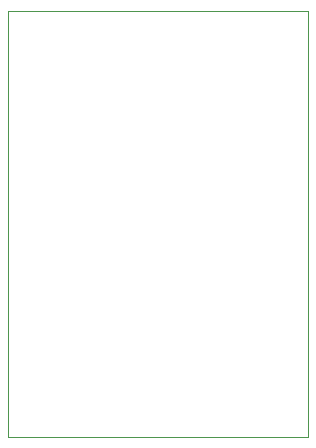
<source format=gbr>
%TF.GenerationSoftware,KiCad,Pcbnew,9.0.3*%
%TF.CreationDate,2025-07-31T14:20:51-07:00*%
%TF.ProjectId,electrometer,656c6563-7472-46f6-9d65-7465722e6b69,rev?*%
%TF.SameCoordinates,Original*%
%TF.FileFunction,Profile,NP*%
%FSLAX46Y46*%
G04 Gerber Fmt 4.6, Leading zero omitted, Abs format (unit mm)*
G04 Created by KiCad (PCBNEW 9.0.3) date 2025-07-31 14:20:51*
%MOMM*%
%LPD*%
G01*
G04 APERTURE LIST*
%TA.AperFunction,Profile*%
%ADD10C,0.100000*%
%TD*%
G04 APERTURE END LIST*
D10*
X114300000Y-77343000D02*
X139700000Y-77343000D01*
X139700000Y-113411000D01*
X114300000Y-113411000D01*
X114300000Y-77343000D01*
M02*

</source>
